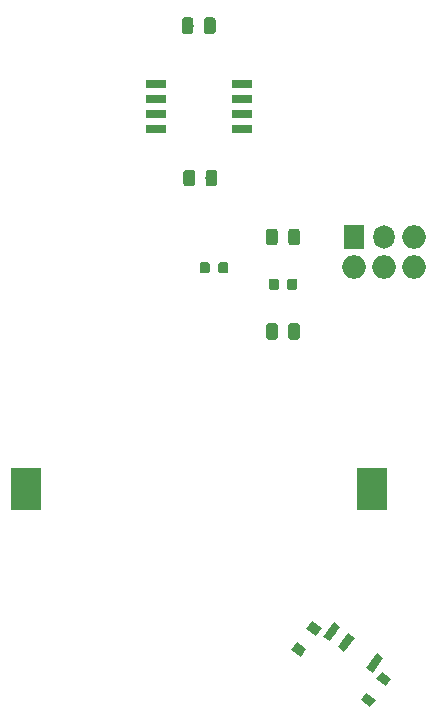
<source format=gbr>
G04 #@! TF.GenerationSoftware,KiCad,Pcbnew,(5.1.2)-2*
G04 #@! TF.CreationDate,2019-11-11T22:41:20-05:00*
G04 #@! TF.ProjectId,LightStar_RevA,4c696768-7453-4746-9172-5f526576412e,rev?*
G04 #@! TF.SameCoordinates,Original*
G04 #@! TF.FileFunction,Paste,Bot*
G04 #@! TF.FilePolarity,Positive*
%FSLAX46Y46*%
G04 Gerber Fmt 4.6, Leading zero omitted, Abs format (unit mm)*
G04 Created by KiCad (PCBNEW (5.1.2)-2) date 2019-11-11 22:41:20*
%MOMM*%
%LPD*%
G04 APERTURE LIST*
%ADD10R,2.600000X3.600000*%
%ADD11R,1.800000X2.000000*%
%ADD12O,2.000000X2.000000*%
%ADD13O,1.800000X2.000000*%
%ADD14C,0.050000*%
%ADD15C,0.875000*%
%ADD16C,0.975000*%
%ADD17C,0.700000*%
%ADD18C,0.800000*%
%ADD19R,1.700000X0.650000*%
G04 APERTURE END LIST*
D10*
X133850000Y-121250000D03*
X163150000Y-121250000D03*
D11*
X161630000Y-99890000D03*
D12*
X161630000Y-102430000D03*
D13*
X164170000Y-99890000D03*
D12*
X164170000Y-102430000D03*
X166710000Y-99890000D03*
X166710000Y-102430000D03*
D14*
G36*
X155082691Y-103416053D02*
G01*
X155103926Y-103419203D01*
X155124750Y-103424419D01*
X155144962Y-103431651D01*
X155164368Y-103440830D01*
X155182781Y-103451866D01*
X155200024Y-103464654D01*
X155215930Y-103479070D01*
X155230346Y-103494976D01*
X155243134Y-103512219D01*
X155254170Y-103530632D01*
X155263349Y-103550038D01*
X155270581Y-103570250D01*
X155275797Y-103591074D01*
X155278947Y-103612309D01*
X155280000Y-103633750D01*
X155280000Y-104146250D01*
X155278947Y-104167691D01*
X155275797Y-104188926D01*
X155270581Y-104209750D01*
X155263349Y-104229962D01*
X155254170Y-104249368D01*
X155243134Y-104267781D01*
X155230346Y-104285024D01*
X155215930Y-104300930D01*
X155200024Y-104315346D01*
X155182781Y-104328134D01*
X155164368Y-104339170D01*
X155144962Y-104348349D01*
X155124750Y-104355581D01*
X155103926Y-104360797D01*
X155082691Y-104363947D01*
X155061250Y-104365000D01*
X154623750Y-104365000D01*
X154602309Y-104363947D01*
X154581074Y-104360797D01*
X154560250Y-104355581D01*
X154540038Y-104348349D01*
X154520632Y-104339170D01*
X154502219Y-104328134D01*
X154484976Y-104315346D01*
X154469070Y-104300930D01*
X154454654Y-104285024D01*
X154441866Y-104267781D01*
X154430830Y-104249368D01*
X154421651Y-104229962D01*
X154414419Y-104209750D01*
X154409203Y-104188926D01*
X154406053Y-104167691D01*
X154405000Y-104146250D01*
X154405000Y-103633750D01*
X154406053Y-103612309D01*
X154409203Y-103591074D01*
X154414419Y-103570250D01*
X154421651Y-103550038D01*
X154430830Y-103530632D01*
X154441866Y-103512219D01*
X154454654Y-103494976D01*
X154469070Y-103479070D01*
X154484976Y-103464654D01*
X154502219Y-103451866D01*
X154520632Y-103440830D01*
X154540038Y-103431651D01*
X154560250Y-103424419D01*
X154581074Y-103419203D01*
X154602309Y-103416053D01*
X154623750Y-103415000D01*
X155061250Y-103415000D01*
X155082691Y-103416053D01*
X155082691Y-103416053D01*
G37*
D15*
X154842500Y-103890000D03*
D14*
G36*
X156657691Y-103416053D02*
G01*
X156678926Y-103419203D01*
X156699750Y-103424419D01*
X156719962Y-103431651D01*
X156739368Y-103440830D01*
X156757781Y-103451866D01*
X156775024Y-103464654D01*
X156790930Y-103479070D01*
X156805346Y-103494976D01*
X156818134Y-103512219D01*
X156829170Y-103530632D01*
X156838349Y-103550038D01*
X156845581Y-103570250D01*
X156850797Y-103591074D01*
X156853947Y-103612309D01*
X156855000Y-103633750D01*
X156855000Y-104146250D01*
X156853947Y-104167691D01*
X156850797Y-104188926D01*
X156845581Y-104209750D01*
X156838349Y-104229962D01*
X156829170Y-104249368D01*
X156818134Y-104267781D01*
X156805346Y-104285024D01*
X156790930Y-104300930D01*
X156775024Y-104315346D01*
X156757781Y-104328134D01*
X156739368Y-104339170D01*
X156719962Y-104348349D01*
X156699750Y-104355581D01*
X156678926Y-104360797D01*
X156657691Y-104363947D01*
X156636250Y-104365000D01*
X156198750Y-104365000D01*
X156177309Y-104363947D01*
X156156074Y-104360797D01*
X156135250Y-104355581D01*
X156115038Y-104348349D01*
X156095632Y-104339170D01*
X156077219Y-104328134D01*
X156059976Y-104315346D01*
X156044070Y-104300930D01*
X156029654Y-104285024D01*
X156016866Y-104267781D01*
X156005830Y-104249368D01*
X155996651Y-104229962D01*
X155989419Y-104209750D01*
X155984203Y-104188926D01*
X155981053Y-104167691D01*
X155980000Y-104146250D01*
X155980000Y-103633750D01*
X155981053Y-103612309D01*
X155984203Y-103591074D01*
X155989419Y-103570250D01*
X155996651Y-103550038D01*
X156005830Y-103530632D01*
X156016866Y-103512219D01*
X156029654Y-103494976D01*
X156044070Y-103479070D01*
X156059976Y-103464654D01*
X156077219Y-103451866D01*
X156095632Y-103440830D01*
X156115038Y-103431651D01*
X156135250Y-103424419D01*
X156156074Y-103419203D01*
X156177309Y-103416053D01*
X156198750Y-103415000D01*
X156636250Y-103415000D01*
X156657691Y-103416053D01*
X156657691Y-103416053D01*
G37*
D15*
X156417500Y-103890000D03*
D14*
G36*
X156835142Y-107191174D02*
G01*
X156858803Y-107194684D01*
X156882007Y-107200496D01*
X156904529Y-107208554D01*
X156926153Y-107218782D01*
X156946670Y-107231079D01*
X156965883Y-107245329D01*
X156983607Y-107261393D01*
X156999671Y-107279117D01*
X157013921Y-107298330D01*
X157026218Y-107318847D01*
X157036446Y-107340471D01*
X157044504Y-107362993D01*
X157050316Y-107386197D01*
X157053826Y-107409858D01*
X157055000Y-107433750D01*
X157055000Y-108346250D01*
X157053826Y-108370142D01*
X157050316Y-108393803D01*
X157044504Y-108417007D01*
X157036446Y-108439529D01*
X157026218Y-108461153D01*
X157013921Y-108481670D01*
X156999671Y-108500883D01*
X156983607Y-108518607D01*
X156965883Y-108534671D01*
X156946670Y-108548921D01*
X156926153Y-108561218D01*
X156904529Y-108571446D01*
X156882007Y-108579504D01*
X156858803Y-108585316D01*
X156835142Y-108588826D01*
X156811250Y-108590000D01*
X156323750Y-108590000D01*
X156299858Y-108588826D01*
X156276197Y-108585316D01*
X156252993Y-108579504D01*
X156230471Y-108571446D01*
X156208847Y-108561218D01*
X156188330Y-108548921D01*
X156169117Y-108534671D01*
X156151393Y-108518607D01*
X156135329Y-108500883D01*
X156121079Y-108481670D01*
X156108782Y-108461153D01*
X156098554Y-108439529D01*
X156090496Y-108417007D01*
X156084684Y-108393803D01*
X156081174Y-108370142D01*
X156080000Y-108346250D01*
X156080000Y-107433750D01*
X156081174Y-107409858D01*
X156084684Y-107386197D01*
X156090496Y-107362993D01*
X156098554Y-107340471D01*
X156108782Y-107318847D01*
X156121079Y-107298330D01*
X156135329Y-107279117D01*
X156151393Y-107261393D01*
X156169117Y-107245329D01*
X156188330Y-107231079D01*
X156208847Y-107218782D01*
X156230471Y-107208554D01*
X156252993Y-107200496D01*
X156276197Y-107194684D01*
X156299858Y-107191174D01*
X156323750Y-107190000D01*
X156811250Y-107190000D01*
X156835142Y-107191174D01*
X156835142Y-107191174D01*
G37*
D16*
X156567500Y-107890000D03*
D14*
G36*
X154960142Y-107191174D02*
G01*
X154983803Y-107194684D01*
X155007007Y-107200496D01*
X155029529Y-107208554D01*
X155051153Y-107218782D01*
X155071670Y-107231079D01*
X155090883Y-107245329D01*
X155108607Y-107261393D01*
X155124671Y-107279117D01*
X155138921Y-107298330D01*
X155151218Y-107318847D01*
X155161446Y-107340471D01*
X155169504Y-107362993D01*
X155175316Y-107386197D01*
X155178826Y-107409858D01*
X155180000Y-107433750D01*
X155180000Y-108346250D01*
X155178826Y-108370142D01*
X155175316Y-108393803D01*
X155169504Y-108417007D01*
X155161446Y-108439529D01*
X155151218Y-108461153D01*
X155138921Y-108481670D01*
X155124671Y-108500883D01*
X155108607Y-108518607D01*
X155090883Y-108534671D01*
X155071670Y-108548921D01*
X155051153Y-108561218D01*
X155029529Y-108571446D01*
X155007007Y-108579504D01*
X154983803Y-108585316D01*
X154960142Y-108588826D01*
X154936250Y-108590000D01*
X154448750Y-108590000D01*
X154424858Y-108588826D01*
X154401197Y-108585316D01*
X154377993Y-108579504D01*
X154355471Y-108571446D01*
X154333847Y-108561218D01*
X154313330Y-108548921D01*
X154294117Y-108534671D01*
X154276393Y-108518607D01*
X154260329Y-108500883D01*
X154246079Y-108481670D01*
X154233782Y-108461153D01*
X154223554Y-108439529D01*
X154215496Y-108417007D01*
X154209684Y-108393803D01*
X154206174Y-108370142D01*
X154205000Y-108346250D01*
X154205000Y-107433750D01*
X154206174Y-107409858D01*
X154209684Y-107386197D01*
X154215496Y-107362993D01*
X154223554Y-107340471D01*
X154233782Y-107318847D01*
X154246079Y-107298330D01*
X154260329Y-107279117D01*
X154276393Y-107261393D01*
X154294117Y-107245329D01*
X154313330Y-107231079D01*
X154333847Y-107218782D01*
X154355471Y-107208554D01*
X154377993Y-107200496D01*
X154401197Y-107194684D01*
X154424858Y-107191174D01*
X154448750Y-107190000D01*
X154936250Y-107190000D01*
X154960142Y-107191174D01*
X154960142Y-107191174D01*
G37*
D16*
X154692500Y-107890000D03*
D14*
G36*
X150815192Y-102026053D02*
G01*
X150836427Y-102029203D01*
X150857251Y-102034419D01*
X150877463Y-102041651D01*
X150896869Y-102050830D01*
X150915282Y-102061866D01*
X150932525Y-102074654D01*
X150948431Y-102089070D01*
X150962847Y-102104976D01*
X150975635Y-102122219D01*
X150986671Y-102140632D01*
X150995850Y-102160038D01*
X151003082Y-102180250D01*
X151008298Y-102201074D01*
X151011448Y-102222309D01*
X151012501Y-102243750D01*
X151012501Y-102756250D01*
X151011448Y-102777691D01*
X151008298Y-102798926D01*
X151003082Y-102819750D01*
X150995850Y-102839962D01*
X150986671Y-102859368D01*
X150975635Y-102877781D01*
X150962847Y-102895024D01*
X150948431Y-102910930D01*
X150932525Y-102925346D01*
X150915282Y-102938134D01*
X150896869Y-102949170D01*
X150877463Y-102958349D01*
X150857251Y-102965581D01*
X150836427Y-102970797D01*
X150815192Y-102973947D01*
X150793751Y-102975000D01*
X150356251Y-102975000D01*
X150334810Y-102973947D01*
X150313575Y-102970797D01*
X150292751Y-102965581D01*
X150272539Y-102958349D01*
X150253133Y-102949170D01*
X150234720Y-102938134D01*
X150217477Y-102925346D01*
X150201571Y-102910930D01*
X150187155Y-102895024D01*
X150174367Y-102877781D01*
X150163331Y-102859368D01*
X150154152Y-102839962D01*
X150146920Y-102819750D01*
X150141704Y-102798926D01*
X150138554Y-102777691D01*
X150137501Y-102756250D01*
X150137501Y-102243750D01*
X150138554Y-102222309D01*
X150141704Y-102201074D01*
X150146920Y-102180250D01*
X150154152Y-102160038D01*
X150163331Y-102140632D01*
X150174367Y-102122219D01*
X150187155Y-102104976D01*
X150201571Y-102089070D01*
X150217477Y-102074654D01*
X150234720Y-102061866D01*
X150253133Y-102050830D01*
X150272539Y-102041651D01*
X150292751Y-102034419D01*
X150313575Y-102029203D01*
X150334810Y-102026053D01*
X150356251Y-102025000D01*
X150793751Y-102025000D01*
X150815192Y-102026053D01*
X150815192Y-102026053D01*
G37*
D15*
X150575001Y-102500000D03*
D14*
G36*
X149240192Y-102026053D02*
G01*
X149261427Y-102029203D01*
X149282251Y-102034419D01*
X149302463Y-102041651D01*
X149321869Y-102050830D01*
X149340282Y-102061866D01*
X149357525Y-102074654D01*
X149373431Y-102089070D01*
X149387847Y-102104976D01*
X149400635Y-102122219D01*
X149411671Y-102140632D01*
X149420850Y-102160038D01*
X149428082Y-102180250D01*
X149433298Y-102201074D01*
X149436448Y-102222309D01*
X149437501Y-102243750D01*
X149437501Y-102756250D01*
X149436448Y-102777691D01*
X149433298Y-102798926D01*
X149428082Y-102819750D01*
X149420850Y-102839962D01*
X149411671Y-102859368D01*
X149400635Y-102877781D01*
X149387847Y-102895024D01*
X149373431Y-102910930D01*
X149357525Y-102925346D01*
X149340282Y-102938134D01*
X149321869Y-102949170D01*
X149302463Y-102958349D01*
X149282251Y-102965581D01*
X149261427Y-102970797D01*
X149240192Y-102973947D01*
X149218751Y-102975000D01*
X148781251Y-102975000D01*
X148759810Y-102973947D01*
X148738575Y-102970797D01*
X148717751Y-102965581D01*
X148697539Y-102958349D01*
X148678133Y-102949170D01*
X148659720Y-102938134D01*
X148642477Y-102925346D01*
X148626571Y-102910930D01*
X148612155Y-102895024D01*
X148599367Y-102877781D01*
X148588331Y-102859368D01*
X148579152Y-102839962D01*
X148571920Y-102819750D01*
X148566704Y-102798926D01*
X148563554Y-102777691D01*
X148562501Y-102756250D01*
X148562501Y-102243750D01*
X148563554Y-102222309D01*
X148566704Y-102201074D01*
X148571920Y-102180250D01*
X148579152Y-102160038D01*
X148588331Y-102140632D01*
X148599367Y-102122219D01*
X148612155Y-102104976D01*
X148626571Y-102089070D01*
X148642477Y-102074654D01*
X148659720Y-102061866D01*
X148678133Y-102050830D01*
X148697539Y-102041651D01*
X148717751Y-102034419D01*
X148738575Y-102029203D01*
X148759810Y-102026053D01*
X148781251Y-102025000D01*
X149218751Y-102025000D01*
X149240192Y-102026053D01*
X149240192Y-102026053D01*
G37*
D15*
X149000001Y-102500000D03*
D14*
G36*
X149705142Y-81301174D02*
G01*
X149728803Y-81304684D01*
X149752007Y-81310496D01*
X149774529Y-81318554D01*
X149796153Y-81328782D01*
X149816670Y-81341079D01*
X149835883Y-81355329D01*
X149853607Y-81371393D01*
X149869671Y-81389117D01*
X149883921Y-81408330D01*
X149896218Y-81428847D01*
X149906446Y-81450471D01*
X149914504Y-81472993D01*
X149920316Y-81496197D01*
X149923826Y-81519858D01*
X149925000Y-81543750D01*
X149925000Y-82456250D01*
X149923826Y-82480142D01*
X149920316Y-82503803D01*
X149914504Y-82527007D01*
X149906446Y-82549529D01*
X149896218Y-82571153D01*
X149883921Y-82591670D01*
X149869671Y-82610883D01*
X149853607Y-82628607D01*
X149835883Y-82644671D01*
X149816670Y-82658921D01*
X149796153Y-82671218D01*
X149774529Y-82681446D01*
X149752007Y-82689504D01*
X149728803Y-82695316D01*
X149705142Y-82698826D01*
X149681250Y-82700000D01*
X149193750Y-82700000D01*
X149169858Y-82698826D01*
X149146197Y-82695316D01*
X149122993Y-82689504D01*
X149100471Y-82681446D01*
X149078847Y-82671218D01*
X149058330Y-82658921D01*
X149039117Y-82644671D01*
X149021393Y-82628607D01*
X149005329Y-82610883D01*
X148991079Y-82591670D01*
X148978782Y-82571153D01*
X148968554Y-82549529D01*
X148960496Y-82527007D01*
X148954684Y-82503803D01*
X148951174Y-82480142D01*
X148950000Y-82456250D01*
X148950000Y-81543750D01*
X148951174Y-81519858D01*
X148954684Y-81496197D01*
X148960496Y-81472993D01*
X148968554Y-81450471D01*
X148978782Y-81428847D01*
X148991079Y-81408330D01*
X149005329Y-81389117D01*
X149021393Y-81371393D01*
X149039117Y-81355329D01*
X149058330Y-81341079D01*
X149078847Y-81328782D01*
X149100471Y-81318554D01*
X149122993Y-81310496D01*
X149146197Y-81304684D01*
X149169858Y-81301174D01*
X149193750Y-81300000D01*
X149681250Y-81300000D01*
X149705142Y-81301174D01*
X149705142Y-81301174D01*
G37*
D16*
X149437500Y-82000000D03*
D14*
G36*
X147830142Y-81301174D02*
G01*
X147853803Y-81304684D01*
X147877007Y-81310496D01*
X147899529Y-81318554D01*
X147921153Y-81328782D01*
X147941670Y-81341079D01*
X147960883Y-81355329D01*
X147978607Y-81371393D01*
X147994671Y-81389117D01*
X148008921Y-81408330D01*
X148021218Y-81428847D01*
X148031446Y-81450471D01*
X148039504Y-81472993D01*
X148045316Y-81496197D01*
X148048826Y-81519858D01*
X148050000Y-81543750D01*
X148050000Y-82456250D01*
X148048826Y-82480142D01*
X148045316Y-82503803D01*
X148039504Y-82527007D01*
X148031446Y-82549529D01*
X148021218Y-82571153D01*
X148008921Y-82591670D01*
X147994671Y-82610883D01*
X147978607Y-82628607D01*
X147960883Y-82644671D01*
X147941670Y-82658921D01*
X147921153Y-82671218D01*
X147899529Y-82681446D01*
X147877007Y-82689504D01*
X147853803Y-82695316D01*
X147830142Y-82698826D01*
X147806250Y-82700000D01*
X147318750Y-82700000D01*
X147294858Y-82698826D01*
X147271197Y-82695316D01*
X147247993Y-82689504D01*
X147225471Y-82681446D01*
X147203847Y-82671218D01*
X147183330Y-82658921D01*
X147164117Y-82644671D01*
X147146393Y-82628607D01*
X147130329Y-82610883D01*
X147116079Y-82591670D01*
X147103782Y-82571153D01*
X147093554Y-82549529D01*
X147085496Y-82527007D01*
X147079684Y-82503803D01*
X147076174Y-82480142D01*
X147075000Y-82456250D01*
X147075000Y-81543750D01*
X147076174Y-81519858D01*
X147079684Y-81496197D01*
X147085496Y-81472993D01*
X147093554Y-81450471D01*
X147103782Y-81428847D01*
X147116079Y-81408330D01*
X147130329Y-81389117D01*
X147146393Y-81371393D01*
X147164117Y-81355329D01*
X147183330Y-81341079D01*
X147203847Y-81328782D01*
X147225471Y-81318554D01*
X147247993Y-81310496D01*
X147271197Y-81304684D01*
X147294858Y-81301174D01*
X147318750Y-81300000D01*
X147806250Y-81300000D01*
X147830142Y-81301174D01*
X147830142Y-81301174D01*
G37*
D16*
X147562500Y-82000000D03*
D14*
G36*
X154960142Y-99191174D02*
G01*
X154983803Y-99194684D01*
X155007007Y-99200496D01*
X155029529Y-99208554D01*
X155051153Y-99218782D01*
X155071670Y-99231079D01*
X155090883Y-99245329D01*
X155108607Y-99261393D01*
X155124671Y-99279117D01*
X155138921Y-99298330D01*
X155151218Y-99318847D01*
X155161446Y-99340471D01*
X155169504Y-99362993D01*
X155175316Y-99386197D01*
X155178826Y-99409858D01*
X155180000Y-99433750D01*
X155180000Y-100346250D01*
X155178826Y-100370142D01*
X155175316Y-100393803D01*
X155169504Y-100417007D01*
X155161446Y-100439529D01*
X155151218Y-100461153D01*
X155138921Y-100481670D01*
X155124671Y-100500883D01*
X155108607Y-100518607D01*
X155090883Y-100534671D01*
X155071670Y-100548921D01*
X155051153Y-100561218D01*
X155029529Y-100571446D01*
X155007007Y-100579504D01*
X154983803Y-100585316D01*
X154960142Y-100588826D01*
X154936250Y-100590000D01*
X154448750Y-100590000D01*
X154424858Y-100588826D01*
X154401197Y-100585316D01*
X154377993Y-100579504D01*
X154355471Y-100571446D01*
X154333847Y-100561218D01*
X154313330Y-100548921D01*
X154294117Y-100534671D01*
X154276393Y-100518607D01*
X154260329Y-100500883D01*
X154246079Y-100481670D01*
X154233782Y-100461153D01*
X154223554Y-100439529D01*
X154215496Y-100417007D01*
X154209684Y-100393803D01*
X154206174Y-100370142D01*
X154205000Y-100346250D01*
X154205000Y-99433750D01*
X154206174Y-99409858D01*
X154209684Y-99386197D01*
X154215496Y-99362993D01*
X154223554Y-99340471D01*
X154233782Y-99318847D01*
X154246079Y-99298330D01*
X154260329Y-99279117D01*
X154276393Y-99261393D01*
X154294117Y-99245329D01*
X154313330Y-99231079D01*
X154333847Y-99218782D01*
X154355471Y-99208554D01*
X154377993Y-99200496D01*
X154401197Y-99194684D01*
X154424858Y-99191174D01*
X154448750Y-99190000D01*
X154936250Y-99190000D01*
X154960142Y-99191174D01*
X154960142Y-99191174D01*
G37*
D16*
X154692500Y-99890000D03*
D14*
G36*
X156835142Y-99191174D02*
G01*
X156858803Y-99194684D01*
X156882007Y-99200496D01*
X156904529Y-99208554D01*
X156926153Y-99218782D01*
X156946670Y-99231079D01*
X156965883Y-99245329D01*
X156983607Y-99261393D01*
X156999671Y-99279117D01*
X157013921Y-99298330D01*
X157026218Y-99318847D01*
X157036446Y-99340471D01*
X157044504Y-99362993D01*
X157050316Y-99386197D01*
X157053826Y-99409858D01*
X157055000Y-99433750D01*
X157055000Y-100346250D01*
X157053826Y-100370142D01*
X157050316Y-100393803D01*
X157044504Y-100417007D01*
X157036446Y-100439529D01*
X157026218Y-100461153D01*
X157013921Y-100481670D01*
X156999671Y-100500883D01*
X156983607Y-100518607D01*
X156965883Y-100534671D01*
X156946670Y-100548921D01*
X156926153Y-100561218D01*
X156904529Y-100571446D01*
X156882007Y-100579504D01*
X156858803Y-100585316D01*
X156835142Y-100588826D01*
X156811250Y-100590000D01*
X156323750Y-100590000D01*
X156299858Y-100588826D01*
X156276197Y-100585316D01*
X156252993Y-100579504D01*
X156230471Y-100571446D01*
X156208847Y-100561218D01*
X156188330Y-100548921D01*
X156169117Y-100534671D01*
X156151393Y-100518607D01*
X156135329Y-100500883D01*
X156121079Y-100481670D01*
X156108782Y-100461153D01*
X156098554Y-100439529D01*
X156090496Y-100417007D01*
X156084684Y-100393803D01*
X156081174Y-100370142D01*
X156080000Y-100346250D01*
X156080000Y-99433750D01*
X156081174Y-99409858D01*
X156084684Y-99386197D01*
X156090496Y-99362993D01*
X156098554Y-99340471D01*
X156108782Y-99318847D01*
X156121079Y-99298330D01*
X156135329Y-99279117D01*
X156151393Y-99261393D01*
X156169117Y-99245329D01*
X156188330Y-99231079D01*
X156208847Y-99218782D01*
X156230471Y-99208554D01*
X156252993Y-99200496D01*
X156276197Y-99194684D01*
X156299858Y-99191174D01*
X156323750Y-99190000D01*
X156811250Y-99190000D01*
X156835142Y-99191174D01*
X156835142Y-99191174D01*
G37*
D16*
X156567500Y-99890000D03*
D14*
G36*
X149835142Y-94191174D02*
G01*
X149858803Y-94194684D01*
X149882007Y-94200496D01*
X149904529Y-94208554D01*
X149926153Y-94218782D01*
X149946670Y-94231079D01*
X149965883Y-94245329D01*
X149983607Y-94261393D01*
X149999671Y-94279117D01*
X150013921Y-94298330D01*
X150026218Y-94318847D01*
X150036446Y-94340471D01*
X150044504Y-94362993D01*
X150050316Y-94386197D01*
X150053826Y-94409858D01*
X150055000Y-94433750D01*
X150055000Y-95346250D01*
X150053826Y-95370142D01*
X150050316Y-95393803D01*
X150044504Y-95417007D01*
X150036446Y-95439529D01*
X150026218Y-95461153D01*
X150013921Y-95481670D01*
X149999671Y-95500883D01*
X149983607Y-95518607D01*
X149965883Y-95534671D01*
X149946670Y-95548921D01*
X149926153Y-95561218D01*
X149904529Y-95571446D01*
X149882007Y-95579504D01*
X149858803Y-95585316D01*
X149835142Y-95588826D01*
X149811250Y-95590000D01*
X149323750Y-95590000D01*
X149299858Y-95588826D01*
X149276197Y-95585316D01*
X149252993Y-95579504D01*
X149230471Y-95571446D01*
X149208847Y-95561218D01*
X149188330Y-95548921D01*
X149169117Y-95534671D01*
X149151393Y-95518607D01*
X149135329Y-95500883D01*
X149121079Y-95481670D01*
X149108782Y-95461153D01*
X149098554Y-95439529D01*
X149090496Y-95417007D01*
X149084684Y-95393803D01*
X149081174Y-95370142D01*
X149080000Y-95346250D01*
X149080000Y-94433750D01*
X149081174Y-94409858D01*
X149084684Y-94386197D01*
X149090496Y-94362993D01*
X149098554Y-94340471D01*
X149108782Y-94318847D01*
X149121079Y-94298330D01*
X149135329Y-94279117D01*
X149151393Y-94261393D01*
X149169117Y-94245329D01*
X149188330Y-94231079D01*
X149208847Y-94218782D01*
X149230471Y-94208554D01*
X149252993Y-94200496D01*
X149276197Y-94194684D01*
X149299858Y-94191174D01*
X149323750Y-94190000D01*
X149811250Y-94190000D01*
X149835142Y-94191174D01*
X149835142Y-94191174D01*
G37*
D16*
X149567500Y-94890000D03*
D14*
G36*
X147960142Y-94191174D02*
G01*
X147983803Y-94194684D01*
X148007007Y-94200496D01*
X148029529Y-94208554D01*
X148051153Y-94218782D01*
X148071670Y-94231079D01*
X148090883Y-94245329D01*
X148108607Y-94261393D01*
X148124671Y-94279117D01*
X148138921Y-94298330D01*
X148151218Y-94318847D01*
X148161446Y-94340471D01*
X148169504Y-94362993D01*
X148175316Y-94386197D01*
X148178826Y-94409858D01*
X148180000Y-94433750D01*
X148180000Y-95346250D01*
X148178826Y-95370142D01*
X148175316Y-95393803D01*
X148169504Y-95417007D01*
X148161446Y-95439529D01*
X148151218Y-95461153D01*
X148138921Y-95481670D01*
X148124671Y-95500883D01*
X148108607Y-95518607D01*
X148090883Y-95534671D01*
X148071670Y-95548921D01*
X148051153Y-95561218D01*
X148029529Y-95571446D01*
X148007007Y-95579504D01*
X147983803Y-95585316D01*
X147960142Y-95588826D01*
X147936250Y-95590000D01*
X147448750Y-95590000D01*
X147424858Y-95588826D01*
X147401197Y-95585316D01*
X147377993Y-95579504D01*
X147355471Y-95571446D01*
X147333847Y-95561218D01*
X147313330Y-95548921D01*
X147294117Y-95534671D01*
X147276393Y-95518607D01*
X147260329Y-95500883D01*
X147246079Y-95481670D01*
X147233782Y-95461153D01*
X147223554Y-95439529D01*
X147215496Y-95417007D01*
X147209684Y-95393803D01*
X147206174Y-95370142D01*
X147205000Y-95346250D01*
X147205000Y-94433750D01*
X147206174Y-94409858D01*
X147209684Y-94386197D01*
X147215496Y-94362993D01*
X147223554Y-94340471D01*
X147233782Y-94318847D01*
X147246079Y-94298330D01*
X147260329Y-94279117D01*
X147276393Y-94261393D01*
X147294117Y-94245329D01*
X147313330Y-94231079D01*
X147333847Y-94218782D01*
X147355471Y-94208554D01*
X147377993Y-94200496D01*
X147401197Y-94194684D01*
X147424858Y-94191174D01*
X147448750Y-94190000D01*
X147936250Y-94190000D01*
X147960142Y-94191174D01*
X147960142Y-94191174D01*
G37*
D16*
X147692500Y-94890000D03*
D17*
X163410821Y-135965623D03*
D14*
G36*
X164134816Y-135564585D02*
G01*
X163253138Y-136778111D01*
X162686826Y-136366661D01*
X163568504Y-135153135D01*
X164134816Y-135564585D01*
X164134816Y-135564585D01*
G37*
D17*
X160983770Y-134202267D03*
D14*
G36*
X161707765Y-133801229D02*
G01*
X160826087Y-135014755D01*
X160259775Y-134603305D01*
X161141453Y-133389779D01*
X161707765Y-133801229D01*
X161707765Y-133801229D01*
G37*
D17*
X159770245Y-133320589D03*
D14*
G36*
X160494240Y-132919551D02*
G01*
X159612562Y-134133077D01*
X159046250Y-133721627D01*
X159927928Y-132508101D01*
X160494240Y-132919551D01*
X160494240Y-132919551D01*
G37*
D18*
X162862379Y-139102310D03*
D14*
G36*
X163502002Y-139072596D02*
G01*
X163031773Y-139719809D01*
X162222756Y-139132024D01*
X162692985Y-138484811D01*
X163502002Y-139072596D01*
X163502002Y-139072596D01*
G37*
D18*
X156956555Y-134811478D03*
D14*
G36*
X157596178Y-134781764D02*
G01*
X157125949Y-135428977D01*
X156316932Y-134841192D01*
X156787161Y-134193979D01*
X157596178Y-134781764D01*
X157596178Y-134781764D01*
G37*
D18*
X158255560Y-133023551D03*
D14*
G36*
X158895183Y-132993837D02*
G01*
X158424954Y-133641050D01*
X157615937Y-133053265D01*
X158086166Y-132406052D01*
X158895183Y-132993837D01*
X158895183Y-132993837D01*
G37*
D18*
X164161385Y-137314383D03*
D14*
G36*
X164801008Y-137284669D02*
G01*
X164330779Y-137931882D01*
X163521762Y-137344097D01*
X163991991Y-136696884D01*
X164801008Y-137284669D01*
X164801008Y-137284669D01*
G37*
D19*
X152150000Y-86895000D03*
X152150000Y-88165000D03*
X152150000Y-89435000D03*
X152150000Y-90705000D03*
X144850000Y-90705000D03*
X144850000Y-89435000D03*
X144850000Y-88165000D03*
X144850000Y-86895000D03*
M02*

</source>
